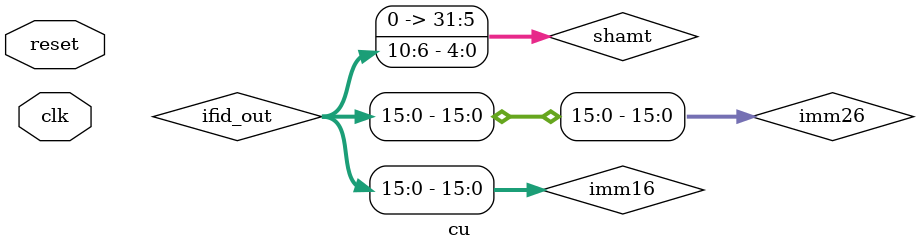
<source format=v>
module cu(clk,reset);

input wire  clk,reset;
wire        JumpReg,Jump,JrWr,syscall,eret; // j/jr/jal/jalr syscall/eret
wire        Branch;                         // branch
wire        IoprCtr,RegWr;                  // I-type instruction/regFile wEn
wire        ExtOp,ImmCh,ShamtCh,ShiftCtr;   // imm16 extend-mode/choose imm16/choose shamt/swap BusA & BusB
wire        MemWr,MemtoReg;                 // memory write/memory to regFile
wire        Cout,ZF,OF,OverflowCheck;       // ALU used signals
wire        DmSignExt;                      // data memory used signals
wire        ALU_Cp0_outCh;                  // choose ALUres or Cp0Out as the input of ex/mem register
wire        HazardCtr;
wire        idexBusAChange,idexBusBChange;
wire        exmemBusAChange,exmemBusBChange;
wire        ALUinAChange,ALUinBChange;
wire        LoadChange,JalAChange,JalBChange;
wire        RaAChange,RaBChange;            // mem/wr jal/jalr ra register is changed
wire[1:0]   ByteWidth;                      // load/store mode(width of data)
wire[4:0]   ALUopr;                         // choose calculation mode of ALU
wire[4:0]   addrA,addrB,addrW;              // addrA/addrB->regFile outA/outB addrW->regFile in
wire[15:0]  imm16;                          // immediate 16bit(used in I-type instructions)
wire[25:0]  imm26;                          // immediate 26bit(used in jump)
wire[31:0]  nPC,PC,IR,BusA,BusB,BusW,idexALUinA,idexALUinB,ALUinA,ALUinB,ALUres,Cp0PCout,EXres,Cp0Out,Dmout,realBusA,realBusB,immediate,shamt;
wire[63:0]  ifid_out;
wire[159:0] idex_out;
wire[127:0] exmem_out,memwr_out;

assign nPC =
    eret?
    Cp0PCout:
    (
        syscall?
        32'd0:
        (
            JumpReg?
            ALUinA:
            (
                Jump?
                {idex_out[159:156],idex_out[25:0],2'b00}:
                (
                    Branch?
                    idex_out[159:128]+{idex_out[15]? 14'h3fff:14'h0000,idex_out[15:0],2'b00}:
                    PC+4
                )
            )
        )
    );
assign addrA = ifid_out[25:21];
assign addrB = ifid_out[20:16];
assign addrW = JrWr? 5'd31:(IoprCtr? memwr_out[20:16]:memwr_out[15:11]);
assign BusW  = JrWr? memwr_out[127:96]+4:(MemtoReg? memwr_out[63:32]:memwr_out[95:64]);
assign shamt = {27'd0,ifid_out[10:6]};
assign imm16 = ifid_out[15:0];
assign imm26 = ifid_out[25:0];
assign ALUinA = (ALUinAChange?BusW:idex_out[127:96]);
assign ALUinB = (ALUinBChange?BusW:idex_out[95:64]);
assign realBusA = JalAChange? idex_out[159:128]:RaAChange? BusW:idexBusAChange? EXres:(exmemBusAChange? exmem_out[95:64]:BusA);
assign realBusB = JalBChange? idex_out[159:128]:RaBChange? BusW:idexBusBChange? EXres:(exmemBusBChange? exmem_out[95:64]:BusB);
assign immediate = ExtOp? (imm16[15]? {16'hffff,imm16}:{16'h0000,imm16}):{16'h0000,imm16};

assign idexALUinA = ShiftCtr?realBusB:realBusA;// used to set idex register
assign idexALUinB = ShamtCh?shamt:(ImmCh? immediate:(ShiftCtr? realBusA:realBusB));// used to set idex register

assign EXres = (ALU_Cp0_outCh? Cp0Out:ALUres);// output of ex stage

ifu        mips_ifu(clk,reset,nPC,PC,IR,HazardCtr);
if_id_reg  mips_ifid(
    clk,
    PC,  // in ifid_out the PC is changed to PC+4
    IR,
    ifid_out,
    HazardCtr
);
if_id_decoder mips_ifid_dec(
    ifid_out,
    ExtOp,   // imm16 sign extend
    ImmCh,   // choose extended imm16 as BusB
    ShamtCh, // choose shamt as BusB
    ShiftCtr // swap BusA and BusB
);
hazard mips_hazard(ifid_out,HazardCtr);

regFile    mips_regfile(clk,RegWr,addrA,addrB,addrW,BusA,BusB,BusW);
id_ex_reg  mips_idex(clk,ifid_out[63:32],idexALUinA,idexALUinB,realBusB,ifid_out[31:0],idex_out);
id_ex_decoder mips_idex_dec(
    idex_out,
    OverflowCheck,// check overflow
    ALUopr,       // choose alu function type
    ALU_Cp0_outCh,// choose Cp0Out instead of ALUres
    Jump,         // set PC = {PC[31:28],imm26,2'b00} to jump
    JumpReg,      // set PC = BusA to jump
    syscall,      // syscall
    eret          // eret
);
cp0 mips_cp0(
    clk,
    idex_out[159:128],
    idex_out[31:0],
    ALUinA,
    ALUinB,
    Cp0PCout,
    Cp0Out
);
alu mips_alu(
    ALUinA,
    ALUinB,
    Cout,
    ALUres,
    ALUopr,
    ZF,
    OF,
    Branch,
    OverflowCheck
);

ex_mem_reg mips_exmem(clk,idex_out[159:128],EXres,(LoadChange?BusW:idex_out[63:32]),idex_out[31:0],exmem_out);
ex_mem_decoder mips_exmem_dec(
    exmem_out,
    MemWr,    // dm write enable
    DmSignExt,// dm data sign extend
    ByteWidth // byte width
);

dm         mips_dm(clk,exmem_out[95:64],MemWr,exmem_out[63:32],Dmout,ByteWidth,DmSignExt);
mem_wr_reg mips_memwr(clk,exmem_out[127:96],exmem_out[95:64],Dmout,exmem_out[31:0],memwr_out);
mem_wr_decoder    mips_memwr_dec(
    memwr_out,
    IoprCtr,  // choose rt as addrW
    JrWr,     // jal/jalr will store PC to register#31
    RegWr,    // regFile write enable       
    MemtoReg  // write dm data to register
);

forwarding mips_fwd(
    ifid_out,
    idex_out,
    exmem_out,
    memwr_out,
    idexBusAChange,   // change BusA
    idexBusBChange,   // change BusB
    exmemBusAChange,  // change BusA
    exmemBusBChange,  // change BusB
    ALUinAChange,     // change ALUinA
    ALUinBChange,     // change ALUinB
    LoadChange,       // change exmem:Din
    JalAChange,       // change $31 if used id/ex->if/id
    JalBChange,       // change $31 if used id/ex->if/id
    RaAChange,        // change $31 if used mem/wr->if/id
    RaBChange         // change $31 if used mem/wr->if/id
);

endmodule
</source>
